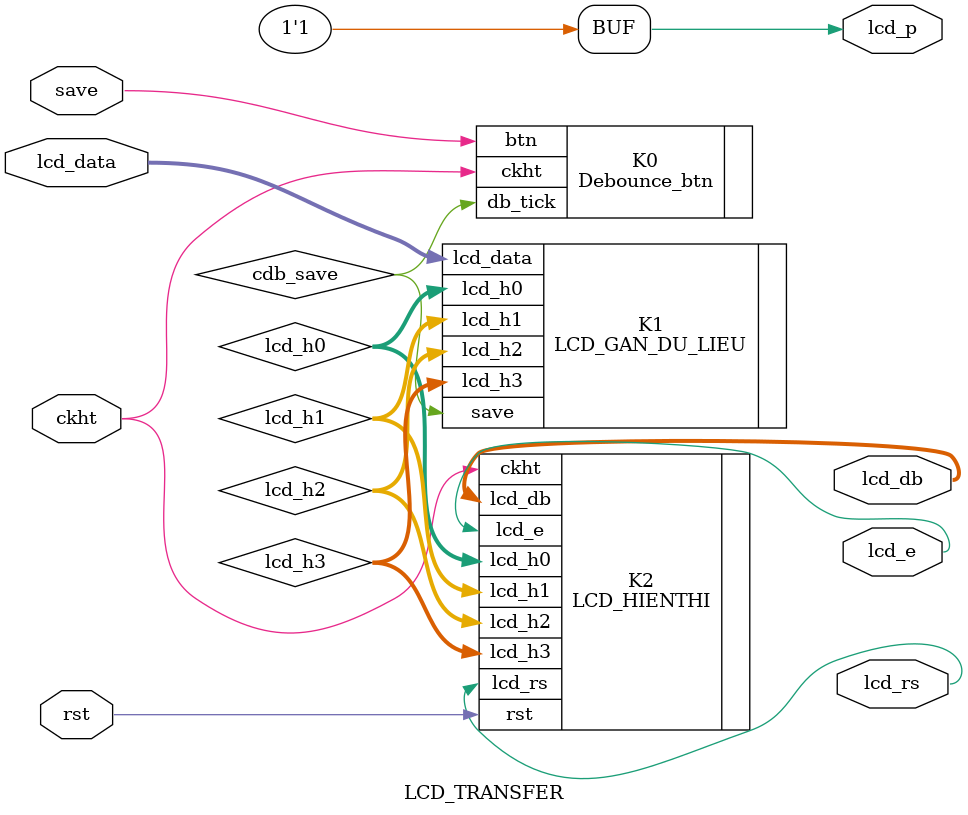
<source format=v>
`timescale 1ns / 1ps

module LCD_TRANSFER(
    input [159:0] lcd_data,
    input rst,
    input save,
    input ckht,
    output [7:0] lcd_db,
    output lcd_rs,
    output lcd_e,
    output lcd_p
);


wire [159:0] lcd_h0;
wire [159:0] lcd_h1;
wire [159:0] lcd_h2;
wire [159:0] lcd_h3;

wire cdb_save;

assign lcd_p = 1;

Debounce_btn K0 (
                .btn(save),
                .ckht(ckht),
                .db_tick(cdb_save)
                );

LCD_GAN_DU_LIEU K1 ( .save(cdb_save),
                     .lcd_data(lcd_data),
                     .lcd_h0(lcd_h0),
                     .lcd_h1(lcd_h1),
                     .lcd_h2(lcd_h2),
                     .lcd_h3(lcd_h3)
                    );

LCD_HIENTHI     K2 ( .ckht(ckht),
                     .rst(rst),
                     .lcd_h0(lcd_h0),
                     .lcd_h1(lcd_h1),
                     .lcd_h2(lcd_h2),
                     .lcd_h3(lcd_h3),
                     .lcd_rs(lcd_rs),
                     .lcd_e(lcd_e),
                     .lcd_db(lcd_db)                        
                    );                   
       

endmodule

</source>
